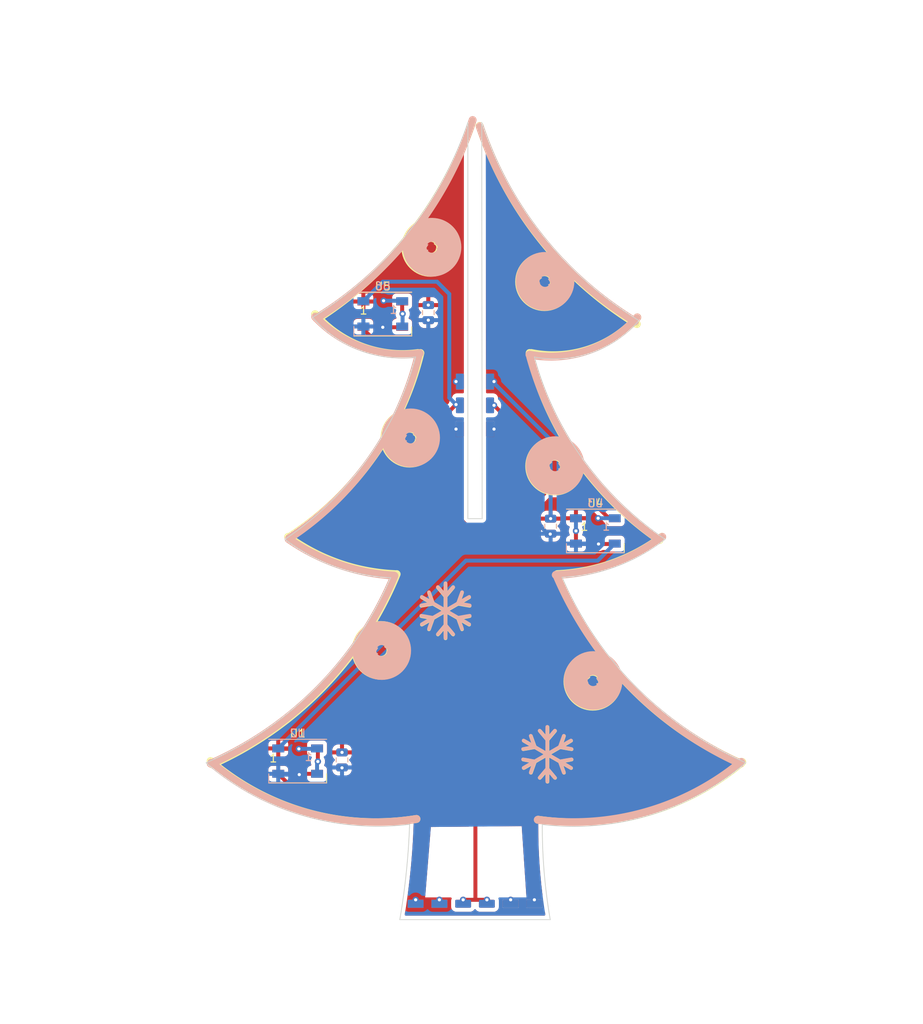
<source format=kicad_pcb>
(kicad_pcb (version 20211014) (generator pcbnew)
  (title_block (comment 4 "AISLER Project ID: LXSYRWOQ"))
  (layers (0 "F.Cu" signal) (31 "B.Cu" signal) (34 "B.Paste" user) (35 "F.Paste" user) (36 "B.SilkS" user "B.Silkscreen") (37 "F.SilkS" user "F.Silkscreen") (38 "B.Mask" user) (39 "F.Mask" user) (44 "Edge.Cuts" user))
  (net 0 "")
  (net 1 "+5V")
  (net 2 "GND")
  (net 3 "/DIN")
  (net 4 "Net-(U1-Pad4)")
  (net 5 "Net-(U2-Pad4)")
  (net 6 "Net-(U3-Pad4)")
  (net 7 "Net-(U4-Pad4)")
  (net 8 "Net-(U5-Pad4)")
  (net 9 "/Dout")
  (footprint "Capacitor_SMD:C_0805_2012Metric" (layer "F.Cu") (at 149.05 80.35 -90)
    (fp_text reference "C16" hide)
    (fp_text value "0.1uF")
    (pad "1" smd roundrect (at -0.95 0 270) (size 1 1.45) (layers "F.Cu" "F.Paste" "F.Mask") (net 1 "+5V"))
    (pad "2" smd roundrect (at 0.95 0 270) (size 1 1.45) (layers "F.Cu" "F.Paste" "F.Mask") (net 2 "GND"))
  )
  (footprint "LOGO" (layer "F.Cu") (at 127.6 95.5 10)
    (fp_text reference "G***" hide)
    (fp_text value "LOGO" hide)
  )
  (footprint "LED_SMD:LED_WS2812B_PLCC4_5.0x5.0mm_P3.2mm" (layer "F.Cu") (at 127.85 53.6)
    (fp_text reference "U5" (at 0 -3.5) (layer "F.SilkS"))
    (fp_text value "WS2812B")
    (fp_text user "1" (at -2.425 -0.475) (layer "F.SilkS"))
    (pad "1" smd rect (at -2.45 -1.6) (size 1.5 1) (layers "F.Cu" "F.Paste" "F.Mask") (net 1 "+5V"))
    (pad "2" smd rect (at -2.45 1.6) (size 1.5 1) (layers "F.Cu" "F.Paste" "F.Mask") (net 7 "Net-(U4-Pad4)"))
    (pad "3" smd rect (at 2.45 1.6) (size 1.5 1) (layers "F.Cu" "F.Paste" "F.Mask") (net 2 "GND"))
    (pad "4" smd rect (at 2.45 -1.6) (size 1.5 1) (layers "F.Cu" "F.Paste" "F.Mask") (net 8 "Net-(U5-Pad4)"))
  )
  (footprint "Capacitor_SMD:C_0805_2012Metric" (layer "F.Cu") (at 133.6 53.4 -90)
    (fp_text reference "C12" hide)
    (fp_text value "0.1uF")
    (pad "1" smd roundrect (at -0.95 0 270) (size 1 1.45) (layers "F.Cu" "F.Paste" "F.Mask") (net 1 "+5V"))
    (pad "2" smd roundrect (at 0.95 0 270) (size 1 1.45) (layers "F.Cu" "F.Paste" "F.Mask") (net 2 "GND"))
  )
  (footprint "LED_SMD:LED_WS2812B_PLCC4_5.0x5.0mm_P3.2mm" (layer "F.Cu") (at 117.1 110)
    (fp_text reference "U1" (at 0 -3.5) (layer "F.SilkS"))
    (fp_text value "WS2812B")
    (fp_text user "1" (at -3.075 -0.35) (layer "F.SilkS"))
    (pad "1" smd rect (at -2.45 -1.6) (size 1.5 1) (layers "F.Cu" "F.Paste" "F.Mask") (net 1 "+5V"))
    (pad "2" smd rect (at -2.45 1.6) (size 1.5 1) (layers "F.Cu" "F.Paste" "F.Mask") (net 3 "/DIN"))
    (pad "3" smd rect (at 2.45 1.6) (size 1.5 1) (layers "F.Cu" "F.Paste" "F.Mask") (net 2 "GND"))
    (pad "4" smd rect (at 2.45 -1.6) (size 1.5 1) (layers "F.Cu" "F.Paste" "F.Mask") (net 4 "Net-(U1-Pad4)"))
  )
  (footprint "LOGO" (layer "F.Cu") (at 148.65 109.15)
    (fp_text reference "G***" hide)
    (fp_text value "LOGO" hide)
  )
  (footprint "LOGO" (layer "F.Cu") (at 148.374308 48.95 -10)
    (fp_text reference "G***" hide)
    (fp_text value "LOGO" hide)
  )
  (footprint "Capacitor_SMD:C_0805_2012Metric" (layer "F.Cu") (at 122.7 109.85 -90)
    (fp_text reference "C14" hide)
    (fp_text value "0.1uF")
    (pad "1" smd roundrect (at -0.95 0 270) (size 1 1.45) (layers "F.Cu" "F.Paste" "F.Mask") (net 1 "+5V"))
    (pad "2" smd roundrect (at 0.95 0 270) (size 1 1.45) (layers "F.Cu" "F.Paste" "F.Mask") (net 2 "GND"))
  )
  (footprint "LOGO" (layer "F.Cu") (at 135.775 91.05)
    (fp_text reference "G***" hide)
    (fp_text value "LOGO" hide)
  )
  (footprint "LED_SMD:LED_WS2812B_PLCC4_5.0x5.0mm_P3.2mm" (layer "F.Cu") (at 154.7 80.95)
    (fp_text reference "U4" (at 0 -3.5) (layer "F.SilkS"))
    (fp_text value "WS2812B")
    (fp_text user "1" (at -1.375 -0.525) (layer "F.SilkS"))
    (pad "1" smd rect (at -2.45 -1.6) (size 1.5 1) (layers "F.Cu" "F.Paste" "F.Mask") (net 1 "+5V"))
    (pad "2" smd rect (at -2.45 1.6) (size 1.5 1) (layers "F.Cu" "F.Paste" "F.Mask") (net 6 "Net-(U3-Pad4)"))
    (pad "3" smd rect (at 2.45 1.6) (size 1.5 1) (layers "F.Cu" "F.Paste" "F.Mask") (net 2 "GND"))
    (pad "4" smd rect (at 2.45 -1.6) (size 1.5 1) (layers "F.Cu" "F.Paste" "F.Mask") (net 7 "Net-(U4-Pad4)"))
  )
  (footprint "LOGO" (layer "F.Cu") (at 131.225 68.725 10)
    (fp_text reference "G***" hide)
    (fp_text value "LOGO" hide)
  )
  (footprint "LOGO" (layer "F.Cu") (at 133.875 44.65 10)
    (fp_text reference "G***" hide)
    (fp_text value "LOGO" hide)
  )
  (footprint "LOGO" (layer "F.Cu") (at 154.474308 99.375 -10)
    (fp_text reference "G***" hide)
    (fp_text value "LOGO" hide)
  )
  (footprint "LOGO" (layer "F.Cu") (at 149.65 72.225 -10)
    (fp_text reference "G***" hide)
    (fp_text value "LOGO" hide)
  )
  (footprint "LOGO" (layer "B.Cu") (at 133.975 44.6 -170)
    (fp_text reference "G***" hide)
    (fp_text value "LOGO" hide)
  )
  (footprint "LED_SMD:LED_WS2812B_PLCC4_5.0x5.0mm_P3.2mm" (layer "B.Cu") (at 154.7 80.95 180)
    (fp_text reference "U3" (at 0 3.5) (layer "B.SilkS") (effects (justify mirror)))
    (fp_text value "WS2812B")
    (fp_text user "1" (at -1.375 0.55) (layer "B.SilkS") (effects (justify mirror)))
    (pad "1" smd rect (at -2.45 1.6 180) (size 1.5 1) (layers "B.Cu" "B.Paste" "B.Mask") (net 1 "+5V"))
    (pad "2" smd rect (at -2.45 -1.6 180) (size 1.5 1) (layers "B.Cu" "B.Paste" "B.Mask") (net 5 "Net-(U2-Pad4)"))
    (pad "3" smd rect (at 2.45 -1.6 180) (size 1.5 1) (layers "B.Cu" "B.Paste" "B.Mask") (net 2 "GND"))
    (pad "4" smd rect (at 2.45 1.6 180) (size 1.5 1) (layers "B.Cu" "B.Paste" "B.Mask") (net 6 "Net-(U3-Pad4)"))
  )
  (footprint "LOGO" (layer "B.Cu") (at 148.375 48.925 170)
    (fp_text reference "G***" hide)
    (fp_text value "LOGO" hide)
  )
  (footprint "Capacitor_SMD:C_0805_2012Metric" (layer "B.Cu") (at 122.7 109.85 -90)
    (fp_text reference "C13" hide)
    (fp_text value "0.1uF")
    (pad "1" smd roundrect (at -0.95 0 270) (size 1 1.45) (layers "B.Cu" "B.Paste" "B.Mask") (net 1 "+5V"))
    (pad "2" smd roundrect (at 0.95 0 270) (size 1 1.45) (layers "B.Cu" "B.Paste" "B.Mask") (net 2 "GND"))
  )
  (footprint "LED_SMD:LED_WS2812B_PLCC4_5.0x5.0mm_P3.2mm" (layer "B.Cu") (at 127.85 53.55 180)
    (fp_text reference "U6" (at 0 3.5) (layer "B.SilkS") (effects (justify mirror)))
    (fp_text value "WS2812B")
    (fp_text user "1" (at -1.35 0.5) (layer "B.SilkS") (effects (justify mirror)))
    (pad "1" smd rect (at -2.45 1.6 180) (size 1.5 1) (layers "B.Cu" "B.Paste" "B.Mask") (net 1 "+5V"))
    (pad "2" smd rect (at -2.45 -1.6 180) (size 1.5 1) (layers "B.Cu" "B.Paste" "B.Mask") (net 8 "Net-(U5-Pad4)"))
    (pad "3" smd rect (at 2.45 -1.6 180) (size 1.5 1) (layers "B.Cu" "B.Paste" "B.Mask") (net 2 "GND"))
    (pad "4" smd rect (at 2.45 1.6 180) (size 1.5 1) (layers "B.Cu" "B.Paste" "B.Mask") (net 9 "/Dout"))
  )
  (footprint "LOGO" (layer "B.Cu") (at 149.645582 72.183426 170)
    (fp_text reference "G***" hide)
    (fp_text value "LOGO" hide)
  )
  (footprint "LED_SMD:LED_WS2812B_PLCC4_5.0x5.0mm_P3.2mm" (layer "B.Cu") (at 117.1 110 180)
    (fp_text reference "U2" (at 0 3.5) (layer "B.SilkS") (effects (justify mirror)))
    (fp_text value "WS2812B")
    (fp_text user "1" (at -1.375 0.525) (layer "B.SilkS") (effects (justify mirror)))
    (pad "1" smd rect (at -2.45 1.6 180) (size 1.5 1) (layers "B.Cu" "B.Paste" "B.Mask") (net 1 "+5V"))
    (pad "2" smd rect (at -2.45 -1.6 180) (size 1.5 1) (layers "B.Cu" "B.Paste" "B.Mask") (net 4 "Net-(U1-Pad4)"))
    (pad "3" smd rect (at 2.45 -1.6 180) (size 1.5 1) (layers "B.Cu" "B.Paste" "B.Mask") (net 2 "GND"))
    (pad "4" smd rect (at 2.45 1.6 180) (size 1.5 1) (layers "B.Cu" "B.Paste" "B.Mask") (net 5 "Net-(U2-Pad4)"))
  )
  (footprint "LOGO" (layer "B.Cu") (at 131.275692 68.65 -170)
    (fp_text reference "G***" hide)
    (fp_text value "LOGO" hide)
  )
  (footprint "Capacitor_SMD:C_0805_2012Metric" (layer "B.Cu") (at 133.6 53.4 -90)
    (fp_text reference "C15" hide)
    (fp_text value "0.1uF")
    (pad "1" smd roundrect (at -0.95 0 270) (size 1 1.45) (layers "B.Cu" "B.Paste" "B.Mask") (net 1 "+5V"))
    (pad "2" smd roundrect (at 0.95 0 270) (size 1 1.45) (layers "B.Cu" "B.Paste" "B.Mask") (net 2 "GND"))
  )
  (footprint "LOGO" (layer "B.Cu") (at 127.625692 95.5 -170)
    (fp_text reference "G***" hide)
    (fp_text value "LOGO" hide)
  )
  (footprint "Capacitor_SMD:C_0805_2012Metric" (layer "B.Cu") (at 149.05 80.35 -90)
    (fp_text reference "C11" hide)
    (fp_text value "0.1uF")
    (pad "1" smd roundrect (at -0.95 0 270) (size 1 1.45) (layers "B.Cu" "B.Paste" "B.Mask") (net 1 "+5V"))
    (pad "2" smd roundrect (at 0.95 0 270) (size 1 1.45) (layers "B.Cu" "B.Paste" "B.Mask") (net 2 "GND"))
  )
  (footprint "LOGO" (layer "B.Cu") (at 154.45 99.3 170)
    (fp_text reference "G***" hide)
    (fp_text value "LOGO" hide)
  )
  (footprint "LOGO" (layer "B.Cu") (at 148.625 109.125 180)
    (fp_text reference "G***" hide)
    (fp_text value "LOGO" hide)
  )
  (footprint "LOGO" (layer "B.Cu") (at 131.375 107.8 180)
    (fp_text reference "G***" hide)
    (fp_text value "LOGO" hide)
  )
  (footprint "LOGO" (layer "B.Cu") (at 135.775 91 180)
    (fp_text reference "G***" hide)
    (fp_text value "LOGO" hide)
  )
  (gr_circle (center 131.375 69.2) (end 130.675 69.2) (layer "B.SilkS") (width 3) (fill none))
  (gr_arc (start 129.316451 86.614628) (mid 120 100.7) (end 106.116451 110.314628) (layer "B.SilkS") (width 1))
  (gr_arc (start 139.2 29.1) (mid 131.560632 43.358747) (end 119.465289 54.1) (layer "B.SilkS") (width 1))
  (gr_circle (center 154.425 99.825) (end 153.725 99.825) (layer "B.SilkS") (width 3) (fill none))
  (gr_arc (start 173 110.3) (mid 159.266762 100.696078) (end 149.9 86.8) (layer "B.SilkS") (width 1))
  (gr_circle (center 149.620582 72.708426) (end 148.920582 72.708426) (layer "B.SilkS") (width 3) (fill none))
  (gr_arc (start 132.401653 58.61531) (mid 126.417887 71.828908) (end 116 81.9) (layer "B.SilkS") (width 1))
  (gr_arc (start 162.7 82) (mid 152.595241 71.905581) (end 146.475643 59) (layer "B.SilkS") (width 1))
  (gr_arc (start 163.14716 81.699399) (mid 156.792192 85.140982) (end 149.7 86.5) (layer "B.SilkS") (width 1))
  (gr_circle (center 134.074308 45.15) (end 133.374308 45.15) (layer "B.SilkS") (width 3) (fill none))
  (gr_arc (start 132.1 117.3) (mid 118.379651 116.57298) (end 106.198414 110.217351) (layer "B.SilkS") (width 1))
  (gr_arc (start 160 54) (mid 153.813874 58.159832) (end 146.379466 58.709317) (layer "B.SilkS") (width 1))
  (gr_circle (center 148.35 49.45) (end 147.65 49.45) (layer "B.SilkS") (width 3) (fill none))
  (gr_arc (start 132.514132 58.537707) (mid 125.355473 57.840805) (end 119.314132 53.937707) (layer "B.SilkS") (width 1))
  (gr_arc (start 159.7 54.5) (mid 147.736711 43.923596) (end 140.1 29.9) (layer "B.SilkS") (width 1))
  (gr_arc (start 129.252366 86.586519) (mid 122.3 85.2) (end 115.964116 81.986519) (layer "B.SilkS") (width 1))
  (gr_circle (center 127.725 96.05) (end 127.025 96.05) (layer "B.SilkS") (width 3) (fill none))
  (gr_arc (start 173.124126 110.1) (mid 161.037577 116.436137) (end 147.425 117.4) (layer "B.SilkS") (width 1))
  (gr_arc (start 132.6 58.5) (mid 126.663151 71.545356) (end 116.375643 81.5) (layer "F.SilkS") (width 1))
  (gr_arc (start 139.1 29.5) (mid 131.415966 43.490871) (end 119.6 54.2) (layer "F.SilkS") (width 1))
  (gr_circle (center 133.9 45.175) (end 134.6 45.175) (layer "F.SilkS") (width 3) (fill none))
  (gr_circle (center 127.625 96.025) (end 128.325 96.025) (layer "F.SilkS") (width 3) (fill none))
  (gr_arc (start 162.8 82.1) (mid 152.430157 71.807857) (end 146.4 58.5) (layer "F.SilkS") (width 1))
  (gr_arc (start 163.1 81.7) (mid 156.852952 85.041271) (end 149.9 86.4) (layer "F.SilkS") (width 1))
  (gr_circle (center 131.25 69.25) (end 131.95 69.25) (layer "F.SilkS") (width 3) (fill none))
  (gr_arc (start 132.3 58.5) (mid 125.17926 57.696861) (end 119.3 53.6) (layer "F.SilkS") (width 1))
  (gr_circle (center 154.375 99.925) (end 155.075 99.925) (layer "F.SilkS") (width 3) (fill none))
  (gr_arc (start 159.934711 54.845489) (mid 147.8 44.1) (end 140.084711 29.845489) (layer "F.SilkS") (width 1))
  (gr_arc (start 132.1 117.3) (mid 118.295153 116.518039) (end 106.100874 110) (layer "F.SilkS") (width 1))
  (gr_arc (start 160 54) (mid 153.910537 58.039372) (end 146.6 58.5) (layer "F.SilkS") (width 1))
  (gr_arc (start 173.253169 110.111326) (mid 161.141798 116.496742) (end 147.5 117.4) (layer "F.SilkS") (width 1))
  (gr_circle (center 149.550692 72.775) (end 150.250692 72.775) (layer "F.SilkS") (width 3) (fill none))
  (gr_circle (center 148.275 49.5) (end 148.975 49.5) (layer "F.SilkS") (width 3) (fill none))
  (gr_arc (start 129.34716 86.400601) (mid 122.277529 85.04026) (end 115.9 81.7) (layer "F.SilkS") (width 1))
  (gr_arc (start 173.1 110.3) (mid 159.216451 100.685373) (end 149.9 86.6) (layer "F.SilkS") (width 1))
  (gr_arc (start 129.6 86.4) (mid 120.263553 100.658239) (end 106.3 110.4) (layer "F.SilkS") (width 1))
  (gr_arc (start 163.5 82) (mid 153.174258 71.989119) (end 147 59) (layer "Edge.Cuts") (width 0.1))
  (gr_arc (start 173.7 110.2) (mid 161.66749 116.793526) (end 148 118) (layer "Edge.Cuts") (width 0.1))
  (gr_arc (start 138.6 29.4) (mid 130.962435 43.422916) (end 119 54) (layer "Edge.Cuts") (width 0.1))
  (gr_arc (start 132 59) (mid 125.825741 71.989118) (end 115.5 82) (layer "Edge.Cuts") (width 0.1))
  (gr_arc (start 128.85 86.85) (mid 119.423822 100.755614) (end 105.537921 110.210808) (layer "Edge.Cuts") (width 0.1))
  (gr_line (start 140.35 29.4) (end 140.4 79.4) (layer "Edge.Cuts") (width 0.1))
  (gr_line (start 138.6 29.4) (end 138.6 79.4) (layer "Edge.Cuts") (width 0.1))
  (gr_arc (start 131.237047 117.978087) (mid 117.571078 116.795641) (end 105.537921 110.210808) (layer "Edge.Cuts") (width 0.1))
  (gr_arc (start 163.5 82) (mid 157.374925 85.415423) (end 150.5 86.8) (layer "Edge.Cuts") (width 0.1))
  (gr_arc (start 160.2 54.4) (mid 154.214035 58.462012) (end 147 59) (layer "Edge.Cuts") (width 0.1))
  (gr_arc (start 149.000001 130) (mid 148.237049 124.021913) (end 148 118) (layer "Edge.Cuts") (width 0.1))
  (gr_arc (start 131.237047 117.978087) (mid 130.823568 124.010142) (end 130 130) (layer "Edge.Cuts") (width 0.1))
  (gr_line (start 130 130) (end 149 130) (layer "Edge.Cuts") (width 0.1))
  (gr_arc (start 160.2 54.4) (mid 148.066557 43.653503) (end 140.35 29.4) (layer "Edge.Cuts") (width 0.1))
  (gr_arc (start 128.85 86.85) (mid 121.802666 85.449879) (end 115.5 82) (layer "Edge.Cuts") (width 0.1))
  (gr_arc (start 173.7 110.2) (mid 159.886083 100.694995) (end 150.5 86.8) (layer "Edge.Cuts") (width 0.1))
  (gr_line (start 140.4 79.4) (end 138.6 79.4) (layer "Edge.Cuts") (width 0.1))
  (gr_arc (start 132 59) (mid 124.875047 58.124877) (end 119 54) (layer "Edge.Cuts") (width 0.1))
  (segment (start 117.25 108.45) (end 114.7 108.45) (width 0.5) (layer "F.Cu") (net 1))
  (segment (start 155.05 79.35) (end 152.25 79.35) (width 0.5) (layer "F.Cu") (net 1))
  (segment (start 114.7 108.45) (end 114.65 108.4) (width 0.5) (layer "F.Cu") (net 1))
  (via (at 132 127.5) (size 0.8) (drill 0.4) (layers "F.Cu" "B.Cu") (net 1))
  (via (at 122.7 108.9) (size 0.8) (drill 0.4) (layers "F.Cu" "B.Cu") (net 1))
  (via (at 149.05 79.4) (size 0.8) (drill 0.4) (layers "F.Cu" "B.Cu") (net 1))
  (via (at 137.1 62.1) (size 0.8) (drill 0.4) (layers "F.Cu" "B.Cu") (net 1))
  (via (at 127.95 51.9) (size 0.8) (drill 0.4) (layers "F.Cu" "B.Cu") (net 1))
  (via (at 135 127.5) (size 0.8) (drill 0.4) (layers "F.Cu" "B.Cu") (net 1))
  (via (at 117.25 108.45) (size 0.8) (drill 0.4) (layers "F.Cu" "B.Cu") (net 1))
  (via (at 141.9 62.1) (size 0.8) (drill 0.4) (layers "F.Cu" "B.Cu") (net 1))
  (via (at 133.6 52.45) (size 0.8) (drill 0.4) (layers "F.Cu" "B.Cu") (net 1))
  (via (at 155.05 79.35) (size 0.8) (drill 0.4) (layers "F.Cu" "B.Cu") (net 1))
  (segment (start 119.5 108.45) (end 119.55 108.4) (width 0.5) (layer "B.Cu") (net 1))
  (segment (start 149.05 69.45) (end 149.05 79.4) (width 0.5) (layer "B.Cu") (net 1))
  (segment (start 155.05 79.35) (end 157.15 79.35) (width 0.5) (layer "B.Cu") (net 1))
  (segment (start 127.95 51.9) (end 130.25 51.9) (width 0.5) (layer "B.Cu") (net 1))
  (segment (start 130.25 51.9) (end 130.3 51.95) (width 0.5) (layer "B.Cu") (net 1))
  (segment (start 141.9 62.1) (end 141.9 62.3) (width 0.5) (layer "B.Cu") (net 1))
  (segment (start 117.25 108.45) (end 119.5 108.45) (width 0.5) (layer "B.Cu") (net 1))
  (segment (start 141.9 62.3) (end 149.05 69.45) (width 0.5) (layer "B.Cu") (net 1))
  (segment (start 130.25 55.25) (end 130.3 55.2) (width 0.5) (layer "F.Cu") (net 2))
  (segment (start 140.61005 80.4) (end 141.9 79.11005) (width 0.5) (layer "F.Cu") (net 2))
  (segment (start 137.1 68.1) (end 137.1 78.9) (width 0.5) (layer "F.Cu") (net 2))
  (segment (start 117.4 111.6) (end 117.3 111.7) (width 0.5) (layer "F.Cu") (net 2))
  (segment (start 127.85 55.25) (end 130.25 55.25) (width 0.5) (layer "F.Cu") (net 2))
  (segment (start 137.1 78.9) (end 138.6 80.4) (width 0.5) (layer "F.Cu") (net 2))
  (segment (start 157.1 82.6) (end 157.15 82.55) (width 0.5) (layer "F.Cu") (net 2))
  (segment (start 141.9 79.11005) (end 141.9 68.1) (width 0.5) (layer "F.Cu") (net 2))
  (segment (start 138.6 80.4) (end 140.61005 80.4) (width 0.5) (layer "F.Cu") (net 2))
  (segment (start 119.55 111.6) (end 117.4 111.6) (width 0.5) (layer "F.Cu") (net 2))
  (segment (start 155.1 82.6) (end 157.1 82.6) (width 0.5) (layer "F.Cu") (net 2))
  (via (at 155.1 82.6) (size 0.8) (drill 0.4) (layers "F.Cu" "B.Cu") (net 2))
  (via (at 122.7 110.85) (size 0.8) (drill 0.4) (layers "F.Cu" "B.Cu") (net 2))
  (via (at 137.1 68.1) (size 0.8) (drill 0.4) (layers "F.Cu" "B.Cu") (net 2))
  (via (at 141.9 68.1) (size 0.8) (drill 0.4) (layers "F.Cu" "B.Cu") (net 2))
  (via (at 117.3 111.7) (size 0.8) (drill 0.4) (layers "F.Cu" "B.Cu") (net 2))
  (via (at 133.6 54.35) (size 0.8) (drill 0.4) (layers "F.Cu" "B.Cu") (net 2))
  (via (at 147 127.5) (size 0.8) (drill 0.4) (layers "F.Cu" "B.Cu") (net 2))
  (via (at 127.85 55.25) (size 0.8) (drill 0.4) (layers "F.Cu" "B.Cu") (net 2))
  (via (at 149 81.35) (size 0.8) (drill 0.4) (layers "F.Cu" "B.Cu") (net 2))
  (via (at 144 127.5) (size 0.8) (drill 0.4) (layers "F.Cu" "B.Cu") (net 2))
  (segment (start 147 79.6) (end 148.75 81.35) (width 0.5) (layer "B.Cu") (net 2))
  (segment (start 114.75 111.7) (end 114.65 111.6) (width 0.5) (layer "B.Cu") (net 2))
  (segment (start 117.3 111.7) (end 114.75 111.7) (width 0.5) (layer "B.Cu") (net 2))
  (segment (start 141.9 68.1) (end 144 68.1) (width 0.5) (layer "B.Cu") (net 2))
  (segment (start 148.75 81.35) (end 149 81.35) (width 0.5) (layer "B.Cu") (net 2))
  (segment (start 147 71.1) (end 147 79.6) (width 0.5) (layer "B.Cu") (net 2))
  (segment (start 152.3 82.6) (end 152.25 82.55) (width 0.5) (layer "B.Cu") (net 2))
  (segment (start 144 68.1) (end 147 71.1) (width 0.5) (layer "B.Cu") (net 2))
  (segment (start 155.1 82.6) (end 152.3 82.6) (width 0.5) (layer "B.Cu") (net 2))
  (segment (start 138 127.5) (end 139.55 127.5) (width 0.5) (layer "F.Cu") (net 3))
  (segment (start 117.8 114.75) (end 138.35 114.75) (width 0.5) (layer "F.Cu") (net 3))
  (segment (start 114.65 111.6) (end 117.8 114.75) (width 0.5) (layer "F.Cu") (net 3))
  (segment (start 139.55 127.5) (end 141 127.5) (width 0.5) (layer "F.Cu") (net 3))
  (segment (start 139.55 115.95) (end 139.55 127.5) (width 0.5) (layer "F.Cu") (net 3))
  (segment (start 138.35 114.75) (end 139.55 115.95) (width 0.5) (layer "F.Cu") (net 3))
  (via (at 141 127.5) (size 0.8) (drill 0.4) (layers "F.Cu" "B.Cu") (net 3))
  (via (at 138 127.5) (size 0.8) (drill 0.4) (layers "F.Cu" "B.Cu") (net 3))
  (segment (start 119.65 110.05) (end 119.65 108.5) (width 0.5) (layer "F.Cu") (net 4))
  (segment (start 119.65 108.5) (end 119.55 108.4) (width 0.5) (layer "F.Cu") (net 4))
  (segment (start 119.6 108.35) (end 119.55 108.4) (width 0.5) (layer "F.Cu") (net 4))
  (via (at 119.65 110.05) (size 0.8) (drill 0.4) (layers "F.Cu" "B.Cu") (net 4))
  (segment (start 119.55 111.6) (end 119.55 110.15) (width 0.5) (layer "B.Cu") (net 4))
  (segment (start 119.55 110.15) (end 119.65 110.05) (width 0.5) (layer "B.Cu") (net 4))
  (segment (start 114.65 108.4) (end 138.35 84.7) (width 0.5) (layer "B.Cu") (net 5))
  (segment (start 155 84.7) (end 157.15 82.55) (width 0.5) (layer "B.Cu") (net 5))
  (segment (start 157.2 82.6) (end 157.15 82.55) (width 0.5) (layer "B.Cu") (net 5))
  (segment (start 138.35 84.7) (end 155 84.7) (width 0.5) (layer "B.Cu") (net 5))
  (segment (start 152.25 80.95) (end 152.25 82.55) (width 0.5) (layer "F.Cu") (net 6))
  (via (at 152.25 80.95) (size 0.8) (drill 0.4) (layers "F.Cu" "B.Cu") (net 6))
  (segment (start 152.25 79.35) (end 152.25 80.95) (width 0.5) (layer "B.Cu") (net 6))
  (segment (start 133.4 56.7) (end 134.7 58) (width 0.5) (layer "F.Cu") (net 7))
  (segment (start 153 75.95) (end 156.4 79.35) (width 0.5) (layer "F.Cu") (net 7))
  (segment (start 148.55 75.95) (end 153 75.95) (width 0.5) (layer "F.Cu") (net 7))
  (segment (start 126.6 56.7) (end 133.4 56.7) (width 0.5) (layer "F.Cu") (net 7))
  (segment (start 134.7 79.1) (end 137.9 82.3) (width 0.5) (layer "F.Cu") (net 7))
  (segment (start 125.4 55.2) (end 125.4 55.5) (width 0.5) (layer "F.Cu") (net 7))
  (segment (start 134.7 58) (end 134.7 79.1) (width 0.5) (layer "F.Cu") (net 7))
  (segment (start 137.9 82.3) (end 142.2 82.3) (width 0.5) (layer "F.Cu") (net 7))
  (segment (start 125.4 55.5) (end 126.6 56.7) (width 0.5) (layer "F.Cu") (net 7))
  (segment (start 142.2 82.3) (end 148.55 75.95) (width 0.5) (layer "F.Cu") (net 7))
  (segment (start 156.4 79.35) (end 157.15 79.35) (width 0.5) (layer "F.Cu") (net 7))
  (segment (start 130.3 52) (end 130.3 53.5) (width 0.5) (layer "F.Cu") (net 8))
  (segment (start 130.3 53.5) (end 130.35 53.55) (width 0.5) (layer "F.Cu") (net 8))
  (via (at 130.35 53.55) (size 0.8) (drill 0.4) (layers "F.Cu" "B.Cu") (net 8))
  (segment (start 130.35 53.55) (end 130.35 55.1) (width 0.5) (layer "B.Cu") (net 8))
  (segment (start 130.35 55.1) (end 130.3 55.15) (width 0.5) (layer "B.Cu") (net 8))
  (segment (start 136.1 66) (end 136.1 79) (width 0.5) (layer "F.Cu") (net 9))
  (segment (start 137.1 65) (end 136.1 66) (width 0.5) (layer "F.Cu") (net 9))
  (segment (start 136.1 79) (end 138.5 81.4) (width 0.5) (layer "F.Cu") (net 9))
  (segment (start 143.2 66.4) (end 141.9 65.1) (width 0.5) (layer "F.Cu") (net 9))
  (segment (start 143.2 78.8) (end 143.2 66.4) (width 0.5) (layer "F.Cu") (net 9))
  (segment (start 138.5 81.4) (end 140.6 81.4) (width 0.5) (layer "F.Cu") (net 9))
  (segment (start 140.6 81.4) (end 143.2 78.8) (width 0.5) (layer "F.Cu") (net 9))
  (via (at 141.9 65.1) (size 0.8) (drill 0.4) (layers "F.Cu" "B.Cu") (net 9))
  (via (at 137.1 65) (size 0.8) (drill 0.4) (layers "F.Cu" "B.Cu") (net 9))
  (segment (start 136.25 51.05) (end 134.7 49.5) (width 0.5) (layer "B.Cu") (net 9))
  (segment (start 136.25 64.15) (end 136.25 51.05) (width 0.5) (layer "B.Cu") (net 9))
  (segment (start 137.1 65) (end 136.25 64.15) (width 0.5) (layer "B.Cu") (net 9))
  (segment (start 127.85 49.5) (end 125.4 51.95) (width 0.5) (layer "B.Cu") (net 9))
  (segment (start 134.7 49.5) (end 127.85 49.5) (width 0.5) (layer "B.Cu") (net 9))
  (zone (net 9) (net_name "/Dout") (layers F&B.Cu) (priority 1) (connect_pads (clearance 0.508)) (min_thickness 0.254) (fill yes (thermal_gap 0.508) (thermal_bridge_width 0.508) (island_removal_mode 1) (island_area_min 0))
    (polygon (pts (xy 137.1 66.1) (xy 137.1 64.1) (xy 138.1 64.1) (xy 138.1 66.1)))
  )
  (zone (net 9) (net_name "/Dout") (layers F&B.Cu) (priority 1) (connect_pads (clearance 0.508)) (min_thickness 0.254) (fill yes (thermal_gap 0.508) (thermal_bridge_width 0.508) (island_removal_mode 1) (island_area_min 0))
    (polygon (pts (xy 140.9 66.1) (xy 140.9 64.1) (xy 141.9 64.1) (xy 141.9 66.1)))
  )
  (zone (net 0) (net_name "") (layers F&B.Cu "F.Mask") (connect_pads (clearance 0)) (min_thickness 0.254)
    (keepout (tracks allowed) (vias allowed) (pads allowed) (copperpour not_allowed) (footprints allowed))
    (fill (thermal_gap 0.508) (thermal_bridge_width 0.508))
    (polygon (pts (xy 145.4 118.2) (xy 146 127.2) (xy 133.2 127.2) (xy 133.91985 118.308538)))
  )
  (zone (net 1) (net_name "+5V") (layers F&B.Cu) (priority 1) (connect_pads (clearance 0.508)) (min_thickness 0.254) (fill yes (thermal_gap 0.508) (thermal_bridge_width 0.508) (island_removal_mode 1) (island_area_min 0))
    (polygon (pts (xy 137.1 63.1) (xy 137.1 61.1) (xy 138.1 61.1) (xy 138.1 63.1)))
  )
  (zone (net 1) (net_name "+5V") (layers F&B.Cu) (priority 1) (connect_pads (clearance 0.508)) (min_thickness 0.254) (fill yes (thermal_gap 0.508) (thermal_bridge_width 0.508) (island_removal_mode 1) (island_area_min 0))
    (polygon (pts (xy 140.9 63.1) (xy 140.9 61.1) (xy 141.9 61.1) (xy 141.9 63.1)))
  )
  (zone (net 2) (net_name "GND") (layers F&B.Cu) (priority 1) (connect_pads (clearance 0.508)) (min_thickness 0.254) (fill yes (thermal_gap 0.508) (thermal_bridge_width 0.508) (island_removal_mode 1) (island_area_min 0))
    (polygon (pts (xy 137.1 69.1) (xy 137.1 67.1) (xy 138.1 67.1) (xy 138.1 69.1)))
  )
  (zone (net 2) (net_name "GND") (layers F&B.Cu) (priority 1) (connect_pads (clearance 0.508)) (min_thickness 0.254) (fill yes (thermal_gap 0.508) (thermal_bridge_width 0.508) (island_removal_mode 1) (island_area_min 0))
    (polygon (pts (xy 140.9 69.1) (xy 140.9 67.1) (xy 141.9 67.1) (xy 141.9 69.1)))
  )
  (zone (net 2) (net_name "GND") (layers F&B.Cu) (priority 1) (connect_pads (clearance 0.508)) (min_thickness 0.254) (fill yes (thermal_gap 0.508) (thermal_bridge_width 0.508) (island_removal_mode 1) (island_area_min 0))
    (polygon (pts (xy 148 128.5) (xy 146 128.5) (xy 146 127.5) (xy 148 127.5)))
  )
  (zone (net 1) (net_name "+5V") (layers F&B.Cu) (priority 1) (connect_pads (clearance 0.508)) (min_thickness 0.254) (fill yes (thermal_gap 0.508) (thermal_bridge_width 0.508) (island_removal_mode 1) (island_area_min 0))
    (polygon (pts (xy 133 128.5) (xy 131 128.5) (xy 131 127.5) (xy 133 127.5)))
  )
  (zone (net 1) (net_name "+5V") (layers F&B.Cu) (priority 1) (connect_pads (clearance 0.508)) (min_thickness 0.254) (fill yes (thermal_gap 0.508) (thermal_bridge_width 0.508) (island_removal_mode 1) (island_area_min 0))
    (polygon (pts (xy 136 128.5) (xy 134 128.5) (xy 134 127.5) (xy 136 127.5)))
  )
  (zone (net 1) (net_name "+5V") (layer "F.Cu") (connect_pads (clearance 0.508)) (min_thickness 0.254) (fill yes (thermal_gap 0.508) (thermal_bridge_width 0.508))
    (polygon (pts (xy 158.9 20.95) (xy 185.15 132.5) (xy 90.25 139.5) (xy 92 125.95) (xy 92.2 18.35)))
  )
  (zone (net 3) (net_name "/DIN") (layers F&B.Cu) (priority 1) (connect_pads (clearance 0.508)) (min_thickness 0.254) (fill yes (thermal_gap 0.508) (thermal_bridge_width 0.508) (island_removal_mode 1) (island_area_min 0))
    (polygon (pts (xy 142 128.5) (xy 140 128.5) (xy 140 127.5) (xy 142 127.5)))
  )
  (zone (net 3) (net_name "/DIN") (layers F&B.Cu) (priority 1) (connect_pads (clearance 0.508)) (min_thickness 0.254) (fill yes (thermal_gap 0.508) (thermal_bridge_width 0.508) (island_removal_mode 1) (island_area_min 0))
    (polygon (pts (xy 139 128.5) (xy 137 128.5) (xy 137 127.5) (xy 139 127.5)))
  )
  (zone (net 2) (net_name "GND") (layers F&B.Cu) (priority 1) (connect_pads (clearance 0.508)) (min_thickness 0.254) (fill yes (thermal_gap 0.508) (thermal_bridge_width 0.508) (island_removal_mode 1) (island_area_min 0))
    (polygon (pts (xy 145 128.5) (xy 143 128.5) (xy 143 127.5) (xy 145 127.5)))
  )
  (zone (net 2) (net_name "GND") (layer "B.Cu") (connect_pads (clearance 0.508)) (min_thickness 0.254) (fill yes (thermal_gap 0.508) (thermal_bridge_width 0.508))
    (polygon (pts (xy 174 18.35) (xy 196.1 132.95) (xy 79.5 143.2) (xy 84.3 13.95)))
  )
)
</source>
